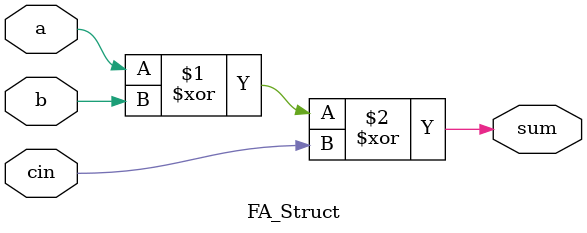
<source format=v>
`timescale 1ns/1ns
`ifndef _FA_v_
`define _FA_v_

module FA_Struct(a, b, cin, sum);

    input  a, b, cin;
    output sum;

    assign sum = a^b^cin;;

endmodule

`endif  // _FA_v_
</source>
